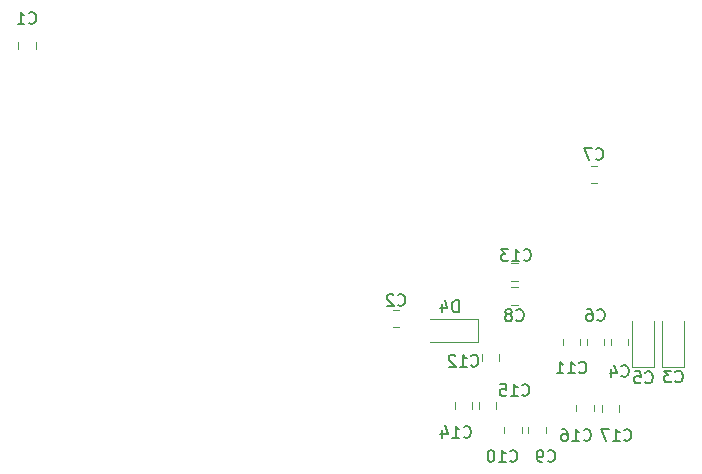
<source format=gbr>
%TF.GenerationSoftware,KiCad,Pcbnew,7.0.11-7.0.11~ubuntu20.04.1*%
%TF.CreationDate,2024-03-20T21:38:14+00:00*%
%TF.ProjectId,MDFPGA,4d444650-4741-42e6-9b69-6361645f7063,rev?*%
%TF.SameCoordinates,Original*%
%TF.FileFunction,Legend,Bot*%
%TF.FilePolarity,Positive*%
%FSLAX46Y46*%
G04 Gerber Fmt 4.6, Leading zero omitted, Abs format (unit mm)*
G04 Created by KiCad (PCBNEW 7.0.11-7.0.11~ubuntu20.04.1) date 2024-03-20 21:38:14*
%MOMM*%
%LPD*%
G01*
G04 APERTURE LIST*
%ADD10C,0.150000*%
%ADD11C,0.120000*%
G04 APERTURE END LIST*
D10*
X75067857Y-26769580D02*
X75115476Y-26817200D01*
X75115476Y-26817200D02*
X75258333Y-26864819D01*
X75258333Y-26864819D02*
X75353571Y-26864819D01*
X75353571Y-26864819D02*
X75496428Y-26817200D01*
X75496428Y-26817200D02*
X75591666Y-26721961D01*
X75591666Y-26721961D02*
X75639285Y-26626723D01*
X75639285Y-26626723D02*
X75686904Y-26436247D01*
X75686904Y-26436247D02*
X75686904Y-26293390D01*
X75686904Y-26293390D02*
X75639285Y-26102914D01*
X75639285Y-26102914D02*
X75591666Y-26007676D01*
X75591666Y-26007676D02*
X75496428Y-25912438D01*
X75496428Y-25912438D02*
X75353571Y-25864819D01*
X75353571Y-25864819D02*
X75258333Y-25864819D01*
X75258333Y-25864819D02*
X75115476Y-25912438D01*
X75115476Y-25912438D02*
X75067857Y-25960057D01*
X74115476Y-26864819D02*
X74686904Y-26864819D01*
X74401190Y-26864819D02*
X74401190Y-25864819D01*
X74401190Y-25864819D02*
X74496428Y-26007676D01*
X74496428Y-26007676D02*
X74591666Y-26102914D01*
X74591666Y-26102914D02*
X74686904Y-26150533D01*
X73782142Y-25864819D02*
X73163095Y-25864819D01*
X73163095Y-25864819D02*
X73496428Y-26245771D01*
X73496428Y-26245771D02*
X73353571Y-26245771D01*
X73353571Y-26245771D02*
X73258333Y-26293390D01*
X73258333Y-26293390D02*
X73210714Y-26341009D01*
X73210714Y-26341009D02*
X73163095Y-26436247D01*
X73163095Y-26436247D02*
X73163095Y-26674342D01*
X73163095Y-26674342D02*
X73210714Y-26769580D01*
X73210714Y-26769580D02*
X73258333Y-26817200D01*
X73258333Y-26817200D02*
X73353571Y-26864819D01*
X73353571Y-26864819D02*
X73639285Y-26864819D01*
X73639285Y-26864819D02*
X73734523Y-26817200D01*
X73734523Y-26817200D02*
X73782142Y-26769580D01*
X81322666Y-31849580D02*
X81370285Y-31897200D01*
X81370285Y-31897200D02*
X81513142Y-31944819D01*
X81513142Y-31944819D02*
X81608380Y-31944819D01*
X81608380Y-31944819D02*
X81751237Y-31897200D01*
X81751237Y-31897200D02*
X81846475Y-31801961D01*
X81846475Y-31801961D02*
X81894094Y-31706723D01*
X81894094Y-31706723D02*
X81941713Y-31516247D01*
X81941713Y-31516247D02*
X81941713Y-31373390D01*
X81941713Y-31373390D02*
X81894094Y-31182914D01*
X81894094Y-31182914D02*
X81846475Y-31087676D01*
X81846475Y-31087676D02*
X81751237Y-30992438D01*
X81751237Y-30992438D02*
X81608380Y-30944819D01*
X81608380Y-30944819D02*
X81513142Y-30944819D01*
X81513142Y-30944819D02*
X81370285Y-30992438D01*
X81370285Y-30992438D02*
X81322666Y-31040057D01*
X80465523Y-30944819D02*
X80655999Y-30944819D01*
X80655999Y-30944819D02*
X80751237Y-30992438D01*
X80751237Y-30992438D02*
X80798856Y-31040057D01*
X80798856Y-31040057D02*
X80894094Y-31182914D01*
X80894094Y-31182914D02*
X80941713Y-31373390D01*
X80941713Y-31373390D02*
X80941713Y-31754342D01*
X80941713Y-31754342D02*
X80894094Y-31849580D01*
X80894094Y-31849580D02*
X80846475Y-31897200D01*
X80846475Y-31897200D02*
X80751237Y-31944819D01*
X80751237Y-31944819D02*
X80560761Y-31944819D01*
X80560761Y-31944819D02*
X80465523Y-31897200D01*
X80465523Y-31897200D02*
X80417904Y-31849580D01*
X80417904Y-31849580D02*
X80370285Y-31754342D01*
X80370285Y-31754342D02*
X80370285Y-31516247D01*
X80370285Y-31516247D02*
X80417904Y-31421009D01*
X80417904Y-31421009D02*
X80465523Y-31373390D01*
X80465523Y-31373390D02*
X80560761Y-31325771D01*
X80560761Y-31325771D02*
X80751237Y-31325771D01*
X80751237Y-31325771D02*
X80846475Y-31373390D01*
X80846475Y-31373390D02*
X80894094Y-31421009D01*
X80894094Y-31421009D02*
X80941713Y-31516247D01*
X70622857Y-35720580D02*
X70670476Y-35768200D01*
X70670476Y-35768200D02*
X70813333Y-35815819D01*
X70813333Y-35815819D02*
X70908571Y-35815819D01*
X70908571Y-35815819D02*
X71051428Y-35768200D01*
X71051428Y-35768200D02*
X71146666Y-35672961D01*
X71146666Y-35672961D02*
X71194285Y-35577723D01*
X71194285Y-35577723D02*
X71241904Y-35387247D01*
X71241904Y-35387247D02*
X71241904Y-35244390D01*
X71241904Y-35244390D02*
X71194285Y-35053914D01*
X71194285Y-35053914D02*
X71146666Y-34958676D01*
X71146666Y-34958676D02*
X71051428Y-34863438D01*
X71051428Y-34863438D02*
X70908571Y-34815819D01*
X70908571Y-34815819D02*
X70813333Y-34815819D01*
X70813333Y-34815819D02*
X70670476Y-34863438D01*
X70670476Y-34863438D02*
X70622857Y-34911057D01*
X69670476Y-35815819D02*
X70241904Y-35815819D01*
X69956190Y-35815819D02*
X69956190Y-34815819D01*
X69956190Y-34815819D02*
X70051428Y-34958676D01*
X70051428Y-34958676D02*
X70146666Y-35053914D01*
X70146666Y-35053914D02*
X70241904Y-35101533D01*
X69289523Y-34911057D02*
X69241904Y-34863438D01*
X69241904Y-34863438D02*
X69146666Y-34815819D01*
X69146666Y-34815819D02*
X68908571Y-34815819D01*
X68908571Y-34815819D02*
X68813333Y-34863438D01*
X68813333Y-34863438D02*
X68765714Y-34911057D01*
X68765714Y-34911057D02*
X68718095Y-35006295D01*
X68718095Y-35006295D02*
X68718095Y-35101533D01*
X68718095Y-35101533D02*
X68765714Y-35244390D01*
X68765714Y-35244390D02*
X69337142Y-35815819D01*
X69337142Y-35815819D02*
X68718095Y-35815819D01*
X74940857Y-38199580D02*
X74988476Y-38247200D01*
X74988476Y-38247200D02*
X75131333Y-38294819D01*
X75131333Y-38294819D02*
X75226571Y-38294819D01*
X75226571Y-38294819D02*
X75369428Y-38247200D01*
X75369428Y-38247200D02*
X75464666Y-38151961D01*
X75464666Y-38151961D02*
X75512285Y-38056723D01*
X75512285Y-38056723D02*
X75559904Y-37866247D01*
X75559904Y-37866247D02*
X75559904Y-37723390D01*
X75559904Y-37723390D02*
X75512285Y-37532914D01*
X75512285Y-37532914D02*
X75464666Y-37437676D01*
X75464666Y-37437676D02*
X75369428Y-37342438D01*
X75369428Y-37342438D02*
X75226571Y-37294819D01*
X75226571Y-37294819D02*
X75131333Y-37294819D01*
X75131333Y-37294819D02*
X74988476Y-37342438D01*
X74988476Y-37342438D02*
X74940857Y-37390057D01*
X73988476Y-38294819D02*
X74559904Y-38294819D01*
X74274190Y-38294819D02*
X74274190Y-37294819D01*
X74274190Y-37294819D02*
X74369428Y-37437676D01*
X74369428Y-37437676D02*
X74464666Y-37532914D01*
X74464666Y-37532914D02*
X74559904Y-37580533D01*
X73083714Y-37294819D02*
X73559904Y-37294819D01*
X73559904Y-37294819D02*
X73607523Y-37771009D01*
X73607523Y-37771009D02*
X73559904Y-37723390D01*
X73559904Y-37723390D02*
X73464666Y-37675771D01*
X73464666Y-37675771D02*
X73226571Y-37675771D01*
X73226571Y-37675771D02*
X73131333Y-37723390D01*
X73131333Y-37723390D02*
X73083714Y-37771009D01*
X73083714Y-37771009D02*
X73036095Y-37866247D01*
X73036095Y-37866247D02*
X73036095Y-38104342D01*
X73036095Y-38104342D02*
X73083714Y-38199580D01*
X73083714Y-38199580D02*
X73131333Y-38247200D01*
X73131333Y-38247200D02*
X73226571Y-38294819D01*
X73226571Y-38294819D02*
X73464666Y-38294819D01*
X73464666Y-38294819D02*
X73559904Y-38247200D01*
X73559904Y-38247200D02*
X73607523Y-38199580D01*
X79766857Y-36294580D02*
X79814476Y-36342200D01*
X79814476Y-36342200D02*
X79957333Y-36389819D01*
X79957333Y-36389819D02*
X80052571Y-36389819D01*
X80052571Y-36389819D02*
X80195428Y-36342200D01*
X80195428Y-36342200D02*
X80290666Y-36246961D01*
X80290666Y-36246961D02*
X80338285Y-36151723D01*
X80338285Y-36151723D02*
X80385904Y-35961247D01*
X80385904Y-35961247D02*
X80385904Y-35818390D01*
X80385904Y-35818390D02*
X80338285Y-35627914D01*
X80338285Y-35627914D02*
X80290666Y-35532676D01*
X80290666Y-35532676D02*
X80195428Y-35437438D01*
X80195428Y-35437438D02*
X80052571Y-35389819D01*
X80052571Y-35389819D02*
X79957333Y-35389819D01*
X79957333Y-35389819D02*
X79814476Y-35437438D01*
X79814476Y-35437438D02*
X79766857Y-35485057D01*
X78814476Y-36389819D02*
X79385904Y-36389819D01*
X79100190Y-36389819D02*
X79100190Y-35389819D01*
X79100190Y-35389819D02*
X79195428Y-35532676D01*
X79195428Y-35532676D02*
X79290666Y-35627914D01*
X79290666Y-35627914D02*
X79385904Y-35675533D01*
X77862095Y-36389819D02*
X78433523Y-36389819D01*
X78147809Y-36389819D02*
X78147809Y-35389819D01*
X78147809Y-35389819D02*
X78243047Y-35532676D01*
X78243047Y-35532676D02*
X78338285Y-35627914D01*
X78338285Y-35627914D02*
X78433523Y-35675533D01*
X74464666Y-31878580D02*
X74512285Y-31926200D01*
X74512285Y-31926200D02*
X74655142Y-31973819D01*
X74655142Y-31973819D02*
X74750380Y-31973819D01*
X74750380Y-31973819D02*
X74893237Y-31926200D01*
X74893237Y-31926200D02*
X74988475Y-31830961D01*
X74988475Y-31830961D02*
X75036094Y-31735723D01*
X75036094Y-31735723D02*
X75083713Y-31545247D01*
X75083713Y-31545247D02*
X75083713Y-31402390D01*
X75083713Y-31402390D02*
X75036094Y-31211914D01*
X75036094Y-31211914D02*
X74988475Y-31116676D01*
X74988475Y-31116676D02*
X74893237Y-31021438D01*
X74893237Y-31021438D02*
X74750380Y-30973819D01*
X74750380Y-30973819D02*
X74655142Y-30973819D01*
X74655142Y-30973819D02*
X74512285Y-31021438D01*
X74512285Y-31021438D02*
X74464666Y-31069057D01*
X73893237Y-31402390D02*
X73988475Y-31354771D01*
X73988475Y-31354771D02*
X74036094Y-31307152D01*
X74036094Y-31307152D02*
X74083713Y-31211914D01*
X74083713Y-31211914D02*
X74083713Y-31164295D01*
X74083713Y-31164295D02*
X74036094Y-31069057D01*
X74036094Y-31069057D02*
X73988475Y-31021438D01*
X73988475Y-31021438D02*
X73893237Y-30973819D01*
X73893237Y-30973819D02*
X73702761Y-30973819D01*
X73702761Y-30973819D02*
X73607523Y-31021438D01*
X73607523Y-31021438D02*
X73559904Y-31069057D01*
X73559904Y-31069057D02*
X73512285Y-31164295D01*
X73512285Y-31164295D02*
X73512285Y-31211914D01*
X73512285Y-31211914D02*
X73559904Y-31307152D01*
X73559904Y-31307152D02*
X73607523Y-31354771D01*
X73607523Y-31354771D02*
X73702761Y-31402390D01*
X73702761Y-31402390D02*
X73893237Y-31402390D01*
X73893237Y-31402390D02*
X73988475Y-31450009D01*
X73988475Y-31450009D02*
X74036094Y-31497628D01*
X74036094Y-31497628D02*
X74083713Y-31592866D01*
X74083713Y-31592866D02*
X74083713Y-31783342D01*
X74083713Y-31783342D02*
X74036094Y-31878580D01*
X74036094Y-31878580D02*
X73988475Y-31926200D01*
X73988475Y-31926200D02*
X73893237Y-31973819D01*
X73893237Y-31973819D02*
X73702761Y-31973819D01*
X73702761Y-31973819D02*
X73607523Y-31926200D01*
X73607523Y-31926200D02*
X73559904Y-31878580D01*
X73559904Y-31878580D02*
X73512285Y-31783342D01*
X73512285Y-31783342D02*
X73512285Y-31592866D01*
X73512285Y-31592866D02*
X73559904Y-31497628D01*
X73559904Y-31497628D02*
X73607523Y-31450009D01*
X73607523Y-31450009D02*
X73702761Y-31402390D01*
X77131666Y-43787580D02*
X77179285Y-43835200D01*
X77179285Y-43835200D02*
X77322142Y-43882819D01*
X77322142Y-43882819D02*
X77417380Y-43882819D01*
X77417380Y-43882819D02*
X77560237Y-43835200D01*
X77560237Y-43835200D02*
X77655475Y-43739961D01*
X77655475Y-43739961D02*
X77703094Y-43644723D01*
X77703094Y-43644723D02*
X77750713Y-43454247D01*
X77750713Y-43454247D02*
X77750713Y-43311390D01*
X77750713Y-43311390D02*
X77703094Y-43120914D01*
X77703094Y-43120914D02*
X77655475Y-43025676D01*
X77655475Y-43025676D02*
X77560237Y-42930438D01*
X77560237Y-42930438D02*
X77417380Y-42882819D01*
X77417380Y-42882819D02*
X77322142Y-42882819D01*
X77322142Y-42882819D02*
X77179285Y-42930438D01*
X77179285Y-42930438D02*
X77131666Y-42978057D01*
X76655475Y-43882819D02*
X76464999Y-43882819D01*
X76464999Y-43882819D02*
X76369761Y-43835200D01*
X76369761Y-43835200D02*
X76322142Y-43787580D01*
X76322142Y-43787580D02*
X76226904Y-43644723D01*
X76226904Y-43644723D02*
X76179285Y-43454247D01*
X76179285Y-43454247D02*
X76179285Y-43073295D01*
X76179285Y-43073295D02*
X76226904Y-42978057D01*
X76226904Y-42978057D02*
X76274523Y-42930438D01*
X76274523Y-42930438D02*
X76369761Y-42882819D01*
X76369761Y-42882819D02*
X76560237Y-42882819D01*
X76560237Y-42882819D02*
X76655475Y-42930438D01*
X76655475Y-42930438D02*
X76703094Y-42978057D01*
X76703094Y-42978057D02*
X76750713Y-43073295D01*
X76750713Y-43073295D02*
X76750713Y-43311390D01*
X76750713Y-43311390D02*
X76703094Y-43406628D01*
X76703094Y-43406628D02*
X76655475Y-43454247D01*
X76655475Y-43454247D02*
X76560237Y-43501866D01*
X76560237Y-43501866D02*
X76369761Y-43501866D01*
X76369761Y-43501866D02*
X76274523Y-43454247D01*
X76274523Y-43454247D02*
X76226904Y-43406628D01*
X76226904Y-43406628D02*
X76179285Y-43311390D01*
X87926666Y-37056580D02*
X87974285Y-37104200D01*
X87974285Y-37104200D02*
X88117142Y-37151819D01*
X88117142Y-37151819D02*
X88212380Y-37151819D01*
X88212380Y-37151819D02*
X88355237Y-37104200D01*
X88355237Y-37104200D02*
X88450475Y-37008961D01*
X88450475Y-37008961D02*
X88498094Y-36913723D01*
X88498094Y-36913723D02*
X88545713Y-36723247D01*
X88545713Y-36723247D02*
X88545713Y-36580390D01*
X88545713Y-36580390D02*
X88498094Y-36389914D01*
X88498094Y-36389914D02*
X88450475Y-36294676D01*
X88450475Y-36294676D02*
X88355237Y-36199438D01*
X88355237Y-36199438D02*
X88212380Y-36151819D01*
X88212380Y-36151819D02*
X88117142Y-36151819D01*
X88117142Y-36151819D02*
X87974285Y-36199438D01*
X87974285Y-36199438D02*
X87926666Y-36247057D01*
X87593332Y-36151819D02*
X86974285Y-36151819D01*
X86974285Y-36151819D02*
X87307618Y-36532771D01*
X87307618Y-36532771D02*
X87164761Y-36532771D01*
X87164761Y-36532771D02*
X87069523Y-36580390D01*
X87069523Y-36580390D02*
X87021904Y-36628009D01*
X87021904Y-36628009D02*
X86974285Y-36723247D01*
X86974285Y-36723247D02*
X86974285Y-36961342D01*
X86974285Y-36961342D02*
X87021904Y-37056580D01*
X87021904Y-37056580D02*
X87069523Y-37104200D01*
X87069523Y-37104200D02*
X87164761Y-37151819D01*
X87164761Y-37151819D02*
X87450475Y-37151819D01*
X87450475Y-37151819D02*
X87545713Y-37104200D01*
X87545713Y-37104200D02*
X87593332Y-37056580D01*
X33186666Y-6709580D02*
X33234285Y-6757200D01*
X33234285Y-6757200D02*
X33377142Y-6804819D01*
X33377142Y-6804819D02*
X33472380Y-6804819D01*
X33472380Y-6804819D02*
X33615237Y-6757200D01*
X33615237Y-6757200D02*
X33710475Y-6661961D01*
X33710475Y-6661961D02*
X33758094Y-6566723D01*
X33758094Y-6566723D02*
X33805713Y-6376247D01*
X33805713Y-6376247D02*
X33805713Y-6233390D01*
X33805713Y-6233390D02*
X33758094Y-6042914D01*
X33758094Y-6042914D02*
X33710475Y-5947676D01*
X33710475Y-5947676D02*
X33615237Y-5852438D01*
X33615237Y-5852438D02*
X33472380Y-5804819D01*
X33472380Y-5804819D02*
X33377142Y-5804819D01*
X33377142Y-5804819D02*
X33234285Y-5852438D01*
X33234285Y-5852438D02*
X33186666Y-5900057D01*
X32234285Y-6804819D02*
X32805713Y-6804819D01*
X32519999Y-6804819D02*
X32519999Y-5804819D01*
X32519999Y-5804819D02*
X32615237Y-5947676D01*
X32615237Y-5947676D02*
X32710475Y-6042914D01*
X32710475Y-6042914D02*
X32805713Y-6090533D01*
X73924857Y-43787580D02*
X73972476Y-43835200D01*
X73972476Y-43835200D02*
X74115333Y-43882819D01*
X74115333Y-43882819D02*
X74210571Y-43882819D01*
X74210571Y-43882819D02*
X74353428Y-43835200D01*
X74353428Y-43835200D02*
X74448666Y-43739961D01*
X74448666Y-43739961D02*
X74496285Y-43644723D01*
X74496285Y-43644723D02*
X74543904Y-43454247D01*
X74543904Y-43454247D02*
X74543904Y-43311390D01*
X74543904Y-43311390D02*
X74496285Y-43120914D01*
X74496285Y-43120914D02*
X74448666Y-43025676D01*
X74448666Y-43025676D02*
X74353428Y-42930438D01*
X74353428Y-42930438D02*
X74210571Y-42882819D01*
X74210571Y-42882819D02*
X74115333Y-42882819D01*
X74115333Y-42882819D02*
X73972476Y-42930438D01*
X73972476Y-42930438D02*
X73924857Y-42978057D01*
X72972476Y-43882819D02*
X73543904Y-43882819D01*
X73258190Y-43882819D02*
X73258190Y-42882819D01*
X73258190Y-42882819D02*
X73353428Y-43025676D01*
X73353428Y-43025676D02*
X73448666Y-43120914D01*
X73448666Y-43120914D02*
X73543904Y-43168533D01*
X72353428Y-42882819D02*
X72258190Y-42882819D01*
X72258190Y-42882819D02*
X72162952Y-42930438D01*
X72162952Y-42930438D02*
X72115333Y-42978057D01*
X72115333Y-42978057D02*
X72067714Y-43073295D01*
X72067714Y-43073295D02*
X72020095Y-43263771D01*
X72020095Y-43263771D02*
X72020095Y-43501866D01*
X72020095Y-43501866D02*
X72067714Y-43692342D01*
X72067714Y-43692342D02*
X72115333Y-43787580D01*
X72115333Y-43787580D02*
X72162952Y-43835200D01*
X72162952Y-43835200D02*
X72258190Y-43882819D01*
X72258190Y-43882819D02*
X72353428Y-43882819D01*
X72353428Y-43882819D02*
X72448666Y-43835200D01*
X72448666Y-43835200D02*
X72496285Y-43787580D01*
X72496285Y-43787580D02*
X72543904Y-43692342D01*
X72543904Y-43692342D02*
X72591523Y-43501866D01*
X72591523Y-43501866D02*
X72591523Y-43263771D01*
X72591523Y-43263771D02*
X72543904Y-43073295D01*
X72543904Y-43073295D02*
X72496285Y-42978057D01*
X72496285Y-42978057D02*
X72448666Y-42930438D01*
X72448666Y-42930438D02*
X72353428Y-42882819D01*
X64431666Y-30579580D02*
X64479285Y-30627200D01*
X64479285Y-30627200D02*
X64622142Y-30674819D01*
X64622142Y-30674819D02*
X64717380Y-30674819D01*
X64717380Y-30674819D02*
X64860237Y-30627200D01*
X64860237Y-30627200D02*
X64955475Y-30531961D01*
X64955475Y-30531961D02*
X65003094Y-30436723D01*
X65003094Y-30436723D02*
X65050713Y-30246247D01*
X65050713Y-30246247D02*
X65050713Y-30103390D01*
X65050713Y-30103390D02*
X65003094Y-29912914D01*
X65003094Y-29912914D02*
X64955475Y-29817676D01*
X64955475Y-29817676D02*
X64860237Y-29722438D01*
X64860237Y-29722438D02*
X64717380Y-29674819D01*
X64717380Y-29674819D02*
X64622142Y-29674819D01*
X64622142Y-29674819D02*
X64479285Y-29722438D01*
X64479285Y-29722438D02*
X64431666Y-29770057D01*
X64050713Y-29770057D02*
X64003094Y-29722438D01*
X64003094Y-29722438D02*
X63907856Y-29674819D01*
X63907856Y-29674819D02*
X63669761Y-29674819D01*
X63669761Y-29674819D02*
X63574523Y-29722438D01*
X63574523Y-29722438D02*
X63526904Y-29770057D01*
X63526904Y-29770057D02*
X63479285Y-29865295D01*
X63479285Y-29865295D02*
X63479285Y-29960533D01*
X63479285Y-29960533D02*
X63526904Y-30103390D01*
X63526904Y-30103390D02*
X64098332Y-30674819D01*
X64098332Y-30674819D02*
X63479285Y-30674819D01*
X85386666Y-37136580D02*
X85434285Y-37184200D01*
X85434285Y-37184200D02*
X85577142Y-37231819D01*
X85577142Y-37231819D02*
X85672380Y-37231819D01*
X85672380Y-37231819D02*
X85815237Y-37184200D01*
X85815237Y-37184200D02*
X85910475Y-37088961D01*
X85910475Y-37088961D02*
X85958094Y-36993723D01*
X85958094Y-36993723D02*
X86005713Y-36803247D01*
X86005713Y-36803247D02*
X86005713Y-36660390D01*
X86005713Y-36660390D02*
X85958094Y-36469914D01*
X85958094Y-36469914D02*
X85910475Y-36374676D01*
X85910475Y-36374676D02*
X85815237Y-36279438D01*
X85815237Y-36279438D02*
X85672380Y-36231819D01*
X85672380Y-36231819D02*
X85577142Y-36231819D01*
X85577142Y-36231819D02*
X85434285Y-36279438D01*
X85434285Y-36279438D02*
X85386666Y-36327057D01*
X84481904Y-36231819D02*
X84958094Y-36231819D01*
X84958094Y-36231819D02*
X85005713Y-36708009D01*
X85005713Y-36708009D02*
X84958094Y-36660390D01*
X84958094Y-36660390D02*
X84862856Y-36612771D01*
X84862856Y-36612771D02*
X84624761Y-36612771D01*
X84624761Y-36612771D02*
X84529523Y-36660390D01*
X84529523Y-36660390D02*
X84481904Y-36708009D01*
X84481904Y-36708009D02*
X84434285Y-36803247D01*
X84434285Y-36803247D02*
X84434285Y-37041342D01*
X84434285Y-37041342D02*
X84481904Y-37136580D01*
X84481904Y-37136580D02*
X84529523Y-37184200D01*
X84529523Y-37184200D02*
X84624761Y-37231819D01*
X84624761Y-37231819D02*
X84862856Y-37231819D01*
X84862856Y-37231819D02*
X84958094Y-37184200D01*
X84958094Y-37184200D02*
X85005713Y-37136580D01*
X83576857Y-42009580D02*
X83624476Y-42057200D01*
X83624476Y-42057200D02*
X83767333Y-42104819D01*
X83767333Y-42104819D02*
X83862571Y-42104819D01*
X83862571Y-42104819D02*
X84005428Y-42057200D01*
X84005428Y-42057200D02*
X84100666Y-41961961D01*
X84100666Y-41961961D02*
X84148285Y-41866723D01*
X84148285Y-41866723D02*
X84195904Y-41676247D01*
X84195904Y-41676247D02*
X84195904Y-41533390D01*
X84195904Y-41533390D02*
X84148285Y-41342914D01*
X84148285Y-41342914D02*
X84100666Y-41247676D01*
X84100666Y-41247676D02*
X84005428Y-41152438D01*
X84005428Y-41152438D02*
X83862571Y-41104819D01*
X83862571Y-41104819D02*
X83767333Y-41104819D01*
X83767333Y-41104819D02*
X83624476Y-41152438D01*
X83624476Y-41152438D02*
X83576857Y-41200057D01*
X82624476Y-42104819D02*
X83195904Y-42104819D01*
X82910190Y-42104819D02*
X82910190Y-41104819D01*
X82910190Y-41104819D02*
X83005428Y-41247676D01*
X83005428Y-41247676D02*
X83100666Y-41342914D01*
X83100666Y-41342914D02*
X83195904Y-41390533D01*
X82291142Y-41104819D02*
X81624476Y-41104819D01*
X81624476Y-41104819D02*
X82053047Y-42104819D01*
X69575094Y-31214819D02*
X69575094Y-30214819D01*
X69575094Y-30214819D02*
X69336999Y-30214819D01*
X69336999Y-30214819D02*
X69194142Y-30262438D01*
X69194142Y-30262438D02*
X69098904Y-30357676D01*
X69098904Y-30357676D02*
X69051285Y-30452914D01*
X69051285Y-30452914D02*
X69003666Y-30643390D01*
X69003666Y-30643390D02*
X69003666Y-30786247D01*
X69003666Y-30786247D02*
X69051285Y-30976723D01*
X69051285Y-30976723D02*
X69098904Y-31071961D01*
X69098904Y-31071961D02*
X69194142Y-31167200D01*
X69194142Y-31167200D02*
X69336999Y-31214819D01*
X69336999Y-31214819D02*
X69575094Y-31214819D01*
X68146523Y-30548152D02*
X68146523Y-31214819D01*
X68384618Y-30167200D02*
X68622713Y-30881485D01*
X68622713Y-30881485D02*
X68003666Y-30881485D01*
X69987857Y-41755580D02*
X70035476Y-41803200D01*
X70035476Y-41803200D02*
X70178333Y-41850819D01*
X70178333Y-41850819D02*
X70273571Y-41850819D01*
X70273571Y-41850819D02*
X70416428Y-41803200D01*
X70416428Y-41803200D02*
X70511666Y-41707961D01*
X70511666Y-41707961D02*
X70559285Y-41612723D01*
X70559285Y-41612723D02*
X70606904Y-41422247D01*
X70606904Y-41422247D02*
X70606904Y-41279390D01*
X70606904Y-41279390D02*
X70559285Y-41088914D01*
X70559285Y-41088914D02*
X70511666Y-40993676D01*
X70511666Y-40993676D02*
X70416428Y-40898438D01*
X70416428Y-40898438D02*
X70273571Y-40850819D01*
X70273571Y-40850819D02*
X70178333Y-40850819D01*
X70178333Y-40850819D02*
X70035476Y-40898438D01*
X70035476Y-40898438D02*
X69987857Y-40946057D01*
X69035476Y-41850819D02*
X69606904Y-41850819D01*
X69321190Y-41850819D02*
X69321190Y-40850819D01*
X69321190Y-40850819D02*
X69416428Y-40993676D01*
X69416428Y-40993676D02*
X69511666Y-41088914D01*
X69511666Y-41088914D02*
X69606904Y-41136533D01*
X68178333Y-41184152D02*
X68178333Y-41850819D01*
X68416428Y-40803200D02*
X68654523Y-41517485D01*
X68654523Y-41517485D02*
X68035476Y-41517485D01*
X81195666Y-18231580D02*
X81243285Y-18279200D01*
X81243285Y-18279200D02*
X81386142Y-18326819D01*
X81386142Y-18326819D02*
X81481380Y-18326819D01*
X81481380Y-18326819D02*
X81624237Y-18279200D01*
X81624237Y-18279200D02*
X81719475Y-18183961D01*
X81719475Y-18183961D02*
X81767094Y-18088723D01*
X81767094Y-18088723D02*
X81814713Y-17898247D01*
X81814713Y-17898247D02*
X81814713Y-17755390D01*
X81814713Y-17755390D02*
X81767094Y-17564914D01*
X81767094Y-17564914D02*
X81719475Y-17469676D01*
X81719475Y-17469676D02*
X81624237Y-17374438D01*
X81624237Y-17374438D02*
X81481380Y-17326819D01*
X81481380Y-17326819D02*
X81386142Y-17326819D01*
X81386142Y-17326819D02*
X81243285Y-17374438D01*
X81243285Y-17374438D02*
X81195666Y-17422057D01*
X80862332Y-17326819D02*
X80195666Y-17326819D01*
X80195666Y-17326819D02*
X80624237Y-18326819D01*
X83354666Y-36609580D02*
X83402285Y-36657200D01*
X83402285Y-36657200D02*
X83545142Y-36704819D01*
X83545142Y-36704819D02*
X83640380Y-36704819D01*
X83640380Y-36704819D02*
X83783237Y-36657200D01*
X83783237Y-36657200D02*
X83878475Y-36561961D01*
X83878475Y-36561961D02*
X83926094Y-36466723D01*
X83926094Y-36466723D02*
X83973713Y-36276247D01*
X83973713Y-36276247D02*
X83973713Y-36133390D01*
X83973713Y-36133390D02*
X83926094Y-35942914D01*
X83926094Y-35942914D02*
X83878475Y-35847676D01*
X83878475Y-35847676D02*
X83783237Y-35752438D01*
X83783237Y-35752438D02*
X83640380Y-35704819D01*
X83640380Y-35704819D02*
X83545142Y-35704819D01*
X83545142Y-35704819D02*
X83402285Y-35752438D01*
X83402285Y-35752438D02*
X83354666Y-35800057D01*
X82497523Y-36038152D02*
X82497523Y-36704819D01*
X82735618Y-35657200D02*
X82973713Y-36371485D01*
X82973713Y-36371485D02*
X82354666Y-36371485D01*
X80147857Y-42009580D02*
X80195476Y-42057200D01*
X80195476Y-42057200D02*
X80338333Y-42104819D01*
X80338333Y-42104819D02*
X80433571Y-42104819D01*
X80433571Y-42104819D02*
X80576428Y-42057200D01*
X80576428Y-42057200D02*
X80671666Y-41961961D01*
X80671666Y-41961961D02*
X80719285Y-41866723D01*
X80719285Y-41866723D02*
X80766904Y-41676247D01*
X80766904Y-41676247D02*
X80766904Y-41533390D01*
X80766904Y-41533390D02*
X80719285Y-41342914D01*
X80719285Y-41342914D02*
X80671666Y-41247676D01*
X80671666Y-41247676D02*
X80576428Y-41152438D01*
X80576428Y-41152438D02*
X80433571Y-41104819D01*
X80433571Y-41104819D02*
X80338333Y-41104819D01*
X80338333Y-41104819D02*
X80195476Y-41152438D01*
X80195476Y-41152438D02*
X80147857Y-41200057D01*
X79195476Y-42104819D02*
X79766904Y-42104819D01*
X79481190Y-42104819D02*
X79481190Y-41104819D01*
X79481190Y-41104819D02*
X79576428Y-41247676D01*
X79576428Y-41247676D02*
X79671666Y-41342914D01*
X79671666Y-41342914D02*
X79766904Y-41390533D01*
X78338333Y-41104819D02*
X78528809Y-41104819D01*
X78528809Y-41104819D02*
X78624047Y-41152438D01*
X78624047Y-41152438D02*
X78671666Y-41200057D01*
X78671666Y-41200057D02*
X78766904Y-41342914D01*
X78766904Y-41342914D02*
X78814523Y-41533390D01*
X78814523Y-41533390D02*
X78814523Y-41914342D01*
X78814523Y-41914342D02*
X78766904Y-42009580D01*
X78766904Y-42009580D02*
X78719285Y-42057200D01*
X78719285Y-42057200D02*
X78624047Y-42104819D01*
X78624047Y-42104819D02*
X78433571Y-42104819D01*
X78433571Y-42104819D02*
X78338333Y-42057200D01*
X78338333Y-42057200D02*
X78290714Y-42009580D01*
X78290714Y-42009580D02*
X78243095Y-41914342D01*
X78243095Y-41914342D02*
X78243095Y-41676247D01*
X78243095Y-41676247D02*
X78290714Y-41581009D01*
X78290714Y-41581009D02*
X78338333Y-41533390D01*
X78338333Y-41533390D02*
X78433571Y-41485771D01*
X78433571Y-41485771D02*
X78624047Y-41485771D01*
X78624047Y-41485771D02*
X78719285Y-41533390D01*
X78719285Y-41533390D02*
X78766904Y-41581009D01*
X78766904Y-41581009D02*
X78814523Y-41676247D01*
D11*
%TO.C,C13*%
X74036748Y-27072000D02*
X74559252Y-27072000D01*
X74036748Y-28542000D02*
X74559252Y-28542000D01*
%TO.C,C6*%
X80421000Y-33976252D02*
X80421000Y-33453748D01*
X81891000Y-33976252D02*
X81891000Y-33453748D01*
%TO.C,C12*%
X73001000Y-34784748D02*
X73001000Y-35307252D01*
X71531000Y-34784748D02*
X71531000Y-35307252D01*
%TO.C,C15*%
X71277000Y-39371252D02*
X71277000Y-38848748D01*
X72747000Y-39371252D02*
X72747000Y-38848748D01*
%TO.C,C11*%
X78389000Y-33971252D02*
X78389000Y-33448748D01*
X79859000Y-33971252D02*
X79859000Y-33448748D01*
%TO.C,C8*%
X74036748Y-29104000D02*
X74559252Y-29104000D01*
X74036748Y-30574000D02*
X74559252Y-30574000D01*
%TO.C,C9*%
X75468000Y-41469252D02*
X75468000Y-40946748D01*
X76938000Y-41469252D02*
X76938000Y-40946748D01*
%TO.C,C3*%
X86825000Y-35832000D02*
X86825000Y-31922000D01*
X88695000Y-35832000D02*
X86825000Y-35832000D01*
X88695000Y-31922000D02*
X88695000Y-35832000D01*
%TO.C,C1*%
X33755000Y-8374748D02*
X33755000Y-8897252D01*
X32285000Y-8374748D02*
X32285000Y-8897252D01*
%TO.C,C10*%
X73436000Y-41469252D02*
X73436000Y-40946748D01*
X74906000Y-41469252D02*
X74906000Y-40946748D01*
%TO.C,C2*%
X64003748Y-31009000D02*
X64526252Y-31009000D01*
X64003748Y-32479000D02*
X64526252Y-32479000D01*
%TO.C,C5*%
X84285000Y-35832000D02*
X84285000Y-31922000D01*
X86155000Y-35832000D02*
X84285000Y-35832000D01*
X86155000Y-31922000D02*
X86155000Y-35832000D01*
%TO.C,C17*%
X83161000Y-39102748D02*
X83161000Y-39625252D01*
X81691000Y-39102748D02*
X81691000Y-39625252D01*
%TO.C,D4*%
X71197000Y-33760000D02*
X67187000Y-33760000D01*
X71197000Y-31760000D02*
X71197000Y-33760000D01*
X71197000Y-31760000D02*
X67187000Y-31760000D01*
%TO.C,C14*%
X69245000Y-39371252D02*
X69245000Y-38848748D01*
X70715000Y-39371252D02*
X70715000Y-38848748D01*
%TO.C,C7*%
X81290252Y-20287000D02*
X80767748Y-20287000D01*
X81290252Y-18817000D02*
X80767748Y-18817000D01*
%TO.C,C4*%
X82453000Y-33971252D02*
X82453000Y-33448748D01*
X83923000Y-33971252D02*
X83923000Y-33448748D01*
%TO.C,C16*%
X81002000Y-39036748D02*
X81002000Y-39559252D01*
X79532000Y-39036748D02*
X79532000Y-39559252D01*
%TD*%
M02*

</source>
